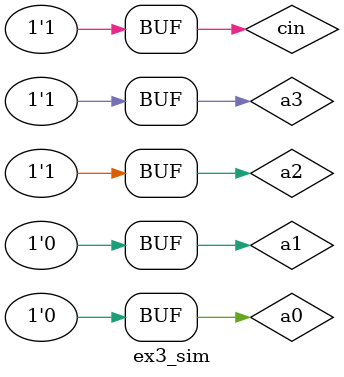
<source format=v>
`timescale 1ns / 1ps


module ex3_sim();

  reg a0, a1, a2, a3, cin;
  wire s0, s1, s2, s3, cout;
  
  ex3 uut(.a0(a0), .a1(a1), .a2(a2), .a3(a3), .cin(cin), .s0(s0), .s1(s1), .s2(s2), .s3(s3), .cout(cout));
  
  initial begin
    a0 = 0; a1 = 0; a2 = 0; a3 = 0; cin = 0; #100;
    a0 = 1; a1 = 1; a2 = 1; a3 = 1; cin = 1; #10; 
    a0 = 0; a1 = 0; a2 = 1; a3 = 1; cin = 1; #10;
    a0 = 0; a1 = 1; a2 = 1; a3 = 1; cin = 0; #10;
    a0 = 0; a1 = 1; a2 = 1; a3 = 1; cin = 1; #10;
    a0 = 0; a1 = 0; a2 = 1; a3 = 1; cin = 1; #10;
  end
endmodule

</source>
